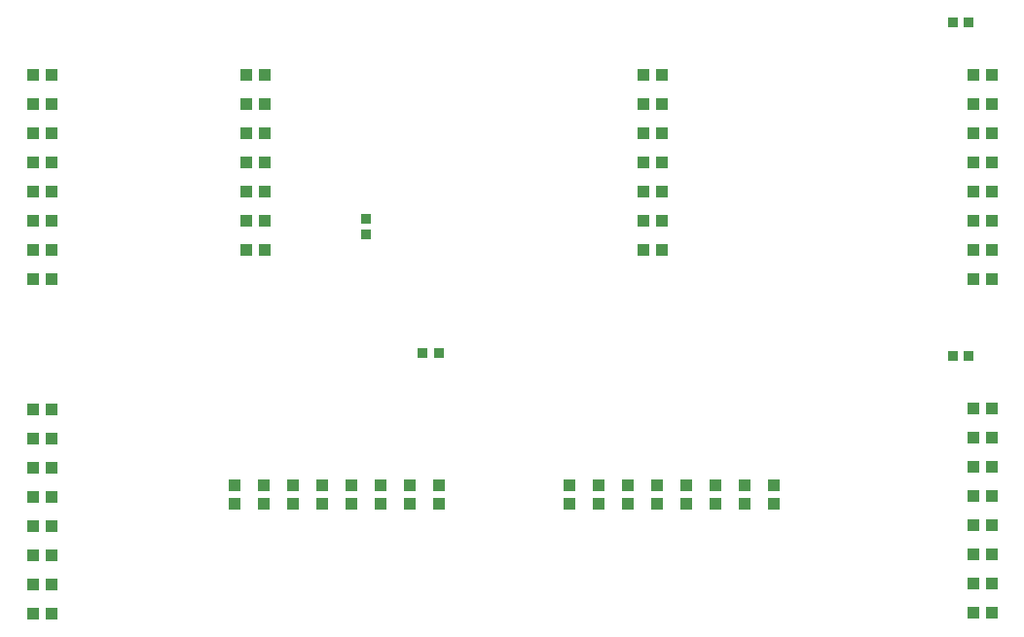
<source format=gbp>
G04 Layer: BottomPasteMaskLayer*
G04 Panelize: , Column: 2, Row: 2, Board Size: 127.89mm x 58.42mm, Panelized Board Size: 257.78mm x 118.84mm*
G04 EasyEDA v6.5.34, 2023-09-01 23:34:49*
G04 d2f9a346f3944a8da2a00f25f54837ea,5a6b42c53f6a479593ecc07194224c93,10*
G04 Gerber Generator version 0.2*
G04 Scale: 100 percent, Rotated: No, Reflected: No *
G04 Dimensions in millimeters *
G04 leading zeros omitted , absolute positions ,4 integer and 5 decimal *
%FSLAX45Y45*%
%MOMM*%

%AMMACRO1*21,1,$1,$2,0,0,$3*%
%ADD10MACRO1,0.7999X0.9X0.0000*%
%ADD11MACRO1,0.8X0.9X0.0000*%
%ADD12MACRO1,0.8X0.9X-90.0000*%
%ADD13MACRO1,1X1.1X0.0000*%
%ADD14MACRO1,1X1.1X-90.0000*%
%ADD15MACRO1,1X1.1X90.0000*%

%LPD*%
D10*
G01*
X10242379Y2806694D03*
D11*
G01*
X10382380Y2806694D03*
D10*
G01*
X10242379Y5714987D03*
D11*
G01*
X10382380Y5714987D03*
D12*
G01*
X5143489Y3866991D03*
G01*
X5143489Y4006990D03*
D11*
G01*
X5772290Y2832094D03*
G01*
X5632291Y2832094D03*
D13*
G01*
X7713304Y3731892D03*
G01*
X7553304Y3731892D03*
G01*
X7713304Y3985892D03*
G01*
X7553304Y3985892D03*
G01*
X7713304Y4239892D03*
G01*
X7553304Y4239892D03*
G01*
X7713304Y4493892D03*
G01*
X7553304Y4493892D03*
G01*
X7713304Y4747892D03*
G01*
X7553304Y4747892D03*
G01*
X7713304Y5001892D03*
G01*
X7553304Y5001892D03*
G01*
X7553289Y5255892D03*
G01*
X7713289Y5255892D03*
G01*
X4098274Y3731905D03*
G01*
X4258274Y3731905D03*
G01*
X4098274Y5001905D03*
G01*
X4258274Y5001905D03*
G01*
X4258289Y5255905D03*
G01*
X4098290Y5255905D03*
G01*
X4098274Y4747905D03*
G01*
X4258274Y4747905D03*
G01*
X4098274Y4493907D03*
G01*
X4258274Y4493907D03*
G01*
X4098274Y4239907D03*
G01*
X4258274Y4239907D03*
G01*
X4098274Y3985907D03*
G01*
X4258274Y3985907D03*
D14*
G01*
X5524124Y1680211D03*
G01*
X5524124Y1520212D03*
G01*
X4254124Y1680211D03*
G01*
X4254124Y1520212D03*
D15*
G01*
X4000124Y1520224D03*
G01*
X4000124Y1680222D03*
D14*
G01*
X4508124Y1680211D03*
G01*
X4508124Y1520212D03*
G01*
X4762121Y1680211D03*
G01*
X4762121Y1520212D03*
G01*
X5016121Y1680211D03*
G01*
X5016121Y1520212D03*
G01*
X5270121Y1680211D03*
G01*
X5270121Y1520212D03*
D15*
G01*
X5778121Y1520224D03*
G01*
X5778121Y1680222D03*
G01*
X8686812Y1680222D03*
G01*
X8686812Y1520224D03*
D14*
G01*
X8178812Y1520212D03*
G01*
X8178812Y1680211D03*
G01*
X7924812Y1520212D03*
G01*
X7924812Y1680211D03*
G01*
X7670812Y1520212D03*
G01*
X7670812Y1680211D03*
G01*
X7416815Y1520212D03*
G01*
X7416815Y1680211D03*
D15*
G01*
X6908815Y1680222D03*
G01*
X6908815Y1520224D03*
D14*
G01*
X7162815Y1520212D03*
G01*
X7162815Y1680211D03*
G01*
X8432815Y1520212D03*
G01*
X8432815Y1680211D03*
D13*
G01*
X2244090Y823597D03*
G01*
X2404088Y823597D03*
G01*
X2244090Y2093597D03*
G01*
X2404088Y2093597D03*
G01*
X2404099Y2347597D03*
G01*
X2244101Y2347597D03*
G01*
X2244090Y1839597D03*
G01*
X2404088Y1839597D03*
G01*
X2244090Y1585600D03*
G01*
X2404088Y1585600D03*
G01*
X2244090Y1331600D03*
G01*
X2404088Y1331600D03*
G01*
X2244090Y1077600D03*
G01*
X2404088Y1077600D03*
G01*
X2404099Y569600D03*
G01*
X2244101Y569600D03*
G01*
X2244101Y3478291D03*
G01*
X2404099Y3478291D03*
G01*
X2404088Y3986291D03*
G01*
X2244090Y3986291D03*
G01*
X2404088Y4240291D03*
G01*
X2244090Y4240291D03*
G01*
X2404088Y4494291D03*
G01*
X2244090Y4494291D03*
G01*
X2404088Y4748288D03*
G01*
X2244090Y4748288D03*
G01*
X2244101Y5256288D03*
G01*
X2404099Y5256288D03*
G01*
X2404088Y5002288D03*
G01*
X2244090Y5002288D03*
G01*
X2404088Y3732288D03*
G01*
X2244090Y3732288D03*
G01*
X10422872Y2349494D03*
G01*
X10582871Y2349494D03*
G01*
X10582887Y2095494D03*
G01*
X10422887Y2095494D03*
G01*
X10582887Y1841497D03*
G01*
X10422887Y1841497D03*
G01*
X10582887Y1587497D03*
G01*
X10422887Y1587497D03*
G01*
X10582887Y1333497D03*
G01*
X10422887Y1333497D03*
G01*
X10582887Y1079497D03*
G01*
X10422887Y1079497D03*
G01*
X10582887Y825497D03*
G01*
X10422887Y825497D03*
G01*
X10422872Y571500D03*
G01*
X10582871Y571500D03*
G01*
X10422872Y3479792D03*
G01*
X10582871Y3479792D03*
G01*
X10582887Y3733792D03*
G01*
X10422887Y3733792D03*
G01*
X10582887Y3987792D03*
G01*
X10422887Y3987792D03*
G01*
X10582887Y4241792D03*
G01*
X10422887Y4241792D03*
G01*
X10582887Y4495789D03*
G01*
X10422887Y4495789D03*
G01*
X10582887Y4749789D03*
G01*
X10422887Y4749789D03*
G01*
X10582887Y5003789D03*
G01*
X10422887Y5003789D03*
G01*
X10422872Y5257789D03*
G01*
X10582871Y5257789D03*
M02*

</source>
